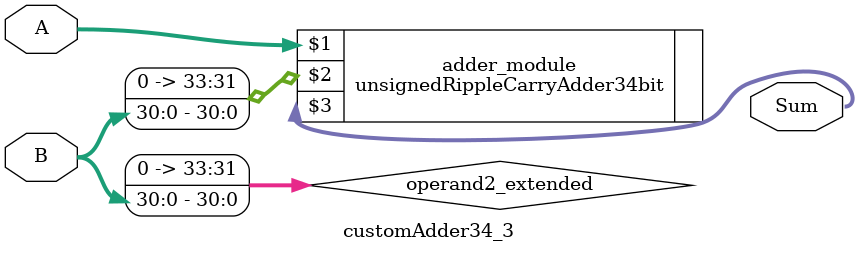
<source format=v>
module customAdder34_3(
                        input [33 : 0] A,
                        input [30 : 0] B,
                        
                        output [34 : 0] Sum
                );

        wire [33 : 0] operand2_extended;
        
        assign operand2_extended =  {3'b0, B};
        
        unsignedRippleCarryAdder34bit adder_module(
            A,
            operand2_extended,
            Sum
        );
        
        endmodule
        
</source>
